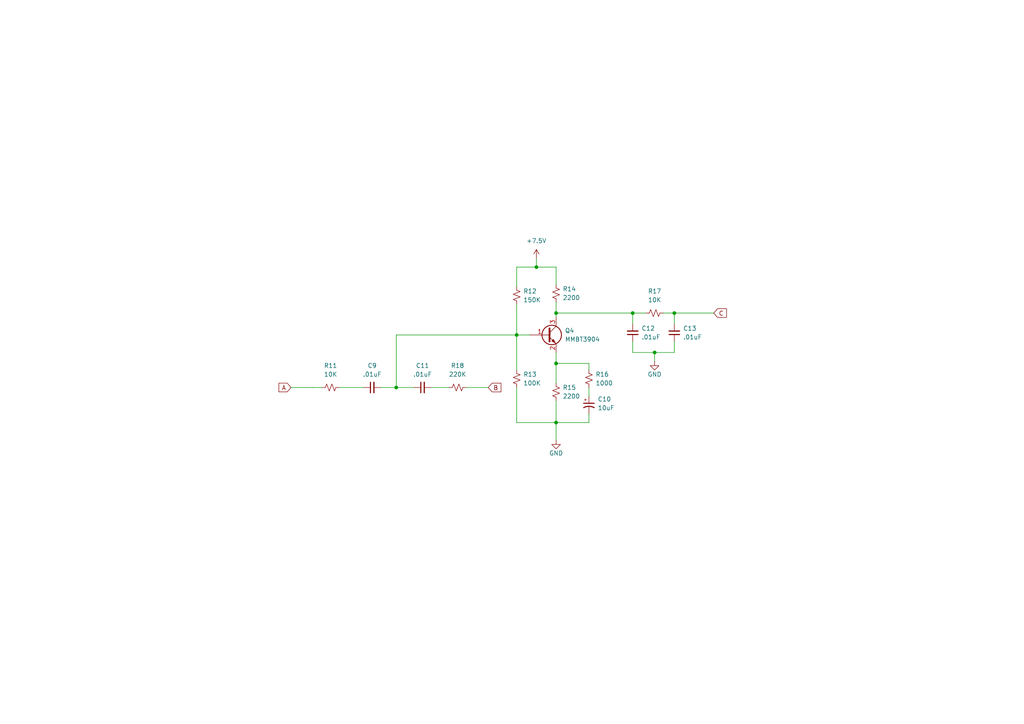
<source format=kicad_sch>
(kicad_sch (version 20211123) (generator eeschema)

  (uuid 8ceb2c64-a3ff-4f0a-bbf6-1c513d79d328)

  (paper "A4")

  (lib_symbols
    (symbol "Device:C_Polarized_Small_US" (pin_numbers hide) (pin_names (offset 0.254) hide) (in_bom yes) (on_board yes)
      (property "Reference" "C" (id 0) (at 0.254 1.778 0)
        (effects (font (size 1.27 1.27)) (justify left))
      )
      (property "Value" "C_Polarized_Small_US" (id 1) (at 0.254 -2.032 0)
        (effects (font (size 1.27 1.27)) (justify left))
      )
      (property "Footprint" "" (id 2) (at 0 0 0)
        (effects (font (size 1.27 1.27)) hide)
      )
      (property "Datasheet" "~" (id 3) (at 0 0 0)
        (effects (font (size 1.27 1.27)) hide)
      )
      (property "ki_keywords" "cap capacitor" (id 4) (at 0 0 0)
        (effects (font (size 1.27 1.27)) hide)
      )
      (property "ki_description" "Polarized capacitor, small US symbol" (id 5) (at 0 0 0)
        (effects (font (size 1.27 1.27)) hide)
      )
      (property "ki_fp_filters" "CP_*" (id 6) (at 0 0 0)
        (effects (font (size 1.27 1.27)) hide)
      )
      (symbol "C_Polarized_Small_US_0_1"
        (polyline
          (pts
            (xy -1.524 0.508)
            (xy 1.524 0.508)
          )
          (stroke (width 0.3048) (type default) (color 0 0 0 0))
          (fill (type none))
        )
        (polyline
          (pts
            (xy -1.27 1.524)
            (xy -0.762 1.524)
          )
          (stroke (width 0) (type default) (color 0 0 0 0))
          (fill (type none))
        )
        (polyline
          (pts
            (xy -1.016 1.27)
            (xy -1.016 1.778)
          )
          (stroke (width 0) (type default) (color 0 0 0 0))
          (fill (type none))
        )
        (arc (start 1.524 -0.762) (mid 0 -0.3734) (end -1.524 -0.762)
          (stroke (width 0.3048) (type default) (color 0 0 0 0))
          (fill (type none))
        )
      )
      (symbol "C_Polarized_Small_US_1_1"
        (pin passive line (at 0 2.54 270) (length 2.032)
          (name "~" (effects (font (size 1.27 1.27))))
          (number "1" (effects (font (size 1.27 1.27))))
        )
        (pin passive line (at 0 -2.54 90) (length 2.032)
          (name "~" (effects (font (size 1.27 1.27))))
          (number "2" (effects (font (size 1.27 1.27))))
        )
      )
    )
    (symbol "Device:C_Small" (pin_numbers hide) (pin_names (offset 0.254) hide) (in_bom yes) (on_board yes)
      (property "Reference" "C" (id 0) (at 0.254 1.778 0)
        (effects (font (size 1.27 1.27)) (justify left))
      )
      (property "Value" "C_Small" (id 1) (at 0.254 -2.032 0)
        (effects (font (size 1.27 1.27)) (justify left))
      )
      (property "Footprint" "" (id 2) (at 0 0 0)
        (effects (font (size 1.27 1.27)) hide)
      )
      (property "Datasheet" "~" (id 3) (at 0 0 0)
        (effects (font (size 1.27 1.27)) hide)
      )
      (property "ki_keywords" "capacitor cap" (id 4) (at 0 0 0)
        (effects (font (size 1.27 1.27)) hide)
      )
      (property "ki_description" "Unpolarized capacitor, small symbol" (id 5) (at 0 0 0)
        (effects (font (size 1.27 1.27)) hide)
      )
      (property "ki_fp_filters" "C_*" (id 6) (at 0 0 0)
        (effects (font (size 1.27 1.27)) hide)
      )
      (symbol "C_Small_0_1"
        (polyline
          (pts
            (xy -1.524 -0.508)
            (xy 1.524 -0.508)
          )
          (stroke (width 0.3302) (type default) (color 0 0 0 0))
          (fill (type none))
        )
        (polyline
          (pts
            (xy -1.524 0.508)
            (xy 1.524 0.508)
          )
          (stroke (width 0.3048) (type default) (color 0 0 0 0))
          (fill (type none))
        )
      )
      (symbol "C_Small_1_1"
        (pin passive line (at 0 2.54 270) (length 2.032)
          (name "~" (effects (font (size 1.27 1.27))))
          (number "1" (effects (font (size 1.27 1.27))))
        )
        (pin passive line (at 0 -2.54 90) (length 2.032)
          (name "~" (effects (font (size 1.27 1.27))))
          (number "2" (effects (font (size 1.27 1.27))))
        )
      )
    )
    (symbol "Device:R_Small_US" (pin_numbers hide) (pin_names (offset 0.254) hide) (in_bom yes) (on_board yes)
      (property "Reference" "R" (id 0) (at 0.762 0.508 0)
        (effects (font (size 1.27 1.27)) (justify left))
      )
      (property "Value" "R_Small_US" (id 1) (at 0.762 -1.016 0)
        (effects (font (size 1.27 1.27)) (justify left))
      )
      (property "Footprint" "" (id 2) (at 0 0 0)
        (effects (font (size 1.27 1.27)) hide)
      )
      (property "Datasheet" "~" (id 3) (at 0 0 0)
        (effects (font (size 1.27 1.27)) hide)
      )
      (property "ki_keywords" "r resistor" (id 4) (at 0 0 0)
        (effects (font (size 1.27 1.27)) hide)
      )
      (property "ki_description" "Resistor, small US symbol" (id 5) (at 0 0 0)
        (effects (font (size 1.27 1.27)) hide)
      )
      (property "ki_fp_filters" "R_*" (id 6) (at 0 0 0)
        (effects (font (size 1.27 1.27)) hide)
      )
      (symbol "R_Small_US_1_1"
        (polyline
          (pts
            (xy 0 0)
            (xy 1.016 -0.381)
            (xy 0 -0.762)
            (xy -1.016 -1.143)
            (xy 0 -1.524)
          )
          (stroke (width 0) (type default) (color 0 0 0 0))
          (fill (type none))
        )
        (polyline
          (pts
            (xy 0 1.524)
            (xy 1.016 1.143)
            (xy 0 0.762)
            (xy -1.016 0.381)
            (xy 0 0)
          )
          (stroke (width 0) (type default) (color 0 0 0 0))
          (fill (type none))
        )
        (pin passive line (at 0 2.54 270) (length 1.016)
          (name "~" (effects (font (size 1.27 1.27))))
          (number "1" (effects (font (size 1.27 1.27))))
        )
        (pin passive line (at 0 -2.54 90) (length 1.016)
          (name "~" (effects (font (size 1.27 1.27))))
          (number "2" (effects (font (size 1.27 1.27))))
        )
      )
    )
    (symbol "Transistor_BJT:MMBT3904" (pin_names (offset 0) hide) (in_bom yes) (on_board yes)
      (property "Reference" "Q" (id 0) (at 5.08 1.905 0)
        (effects (font (size 1.27 1.27)) (justify left))
      )
      (property "Value" "MMBT3904" (id 1) (at 5.08 0 0)
        (effects (font (size 1.27 1.27)) (justify left))
      )
      (property "Footprint" "Package_TO_SOT_SMD:SOT-23" (id 2) (at 5.08 -1.905 0)
        (effects (font (size 1.27 1.27) italic) (justify left) hide)
      )
      (property "Datasheet" "https://www.onsemi.com/pub/Collateral/2N3903-D.PDF" (id 3) (at 0 0 0)
        (effects (font (size 1.27 1.27)) (justify left) hide)
      )
      (property "ki_keywords" "NPN Transistor" (id 4) (at 0 0 0)
        (effects (font (size 1.27 1.27)) hide)
      )
      (property "ki_description" "0.2A Ic, 40V Vce, Small Signal NPN Transistor, SOT-23" (id 5) (at 0 0 0)
        (effects (font (size 1.27 1.27)) hide)
      )
      (property "ki_fp_filters" "SOT?23*" (id 6) (at 0 0 0)
        (effects (font (size 1.27 1.27)) hide)
      )
      (symbol "MMBT3904_0_1"
        (polyline
          (pts
            (xy 0.635 0.635)
            (xy 2.54 2.54)
          )
          (stroke (width 0) (type default) (color 0 0 0 0))
          (fill (type none))
        )
        (polyline
          (pts
            (xy 0.635 -0.635)
            (xy 2.54 -2.54)
            (xy 2.54 -2.54)
          )
          (stroke (width 0) (type default) (color 0 0 0 0))
          (fill (type none))
        )
        (polyline
          (pts
            (xy 0.635 1.905)
            (xy 0.635 -1.905)
            (xy 0.635 -1.905)
          )
          (stroke (width 0.508) (type default) (color 0 0 0 0))
          (fill (type none))
        )
        (polyline
          (pts
            (xy 1.27 -1.778)
            (xy 1.778 -1.27)
            (xy 2.286 -2.286)
            (xy 1.27 -1.778)
            (xy 1.27 -1.778)
          )
          (stroke (width 0) (type default) (color 0 0 0 0))
          (fill (type outline))
        )
        (circle (center 1.27 0) (radius 2.8194)
          (stroke (width 0.254) (type default) (color 0 0 0 0))
          (fill (type none))
        )
      )
      (symbol "MMBT3904_1_1"
        (pin input line (at -5.08 0 0) (length 5.715)
          (name "B" (effects (font (size 1.27 1.27))))
          (number "1" (effects (font (size 1.27 1.27))))
        )
        (pin passive line (at 2.54 -5.08 90) (length 2.54)
          (name "E" (effects (font (size 1.27 1.27))))
          (number "2" (effects (font (size 1.27 1.27))))
        )
        (pin passive line (at 2.54 5.08 270) (length 2.54)
          (name "C" (effects (font (size 1.27 1.27))))
          (number "3" (effects (font (size 1.27 1.27))))
        )
      )
    )
    (symbol "power:+7.5V" (power) (pin_names (offset 0)) (in_bom yes) (on_board yes)
      (property "Reference" "#PWR" (id 0) (at 0 -3.81 0)
        (effects (font (size 1.27 1.27)) hide)
      )
      (property "Value" "+7.5V" (id 1) (at 0 3.556 0)
        (effects (font (size 1.27 1.27)))
      )
      (property "Footprint" "" (id 2) (at 0 0 0)
        (effects (font (size 1.27 1.27)) hide)
      )
      (property "Datasheet" "" (id 3) (at 0 0 0)
        (effects (font (size 1.27 1.27)) hide)
      )
      (property "ki_keywords" "power-flag" (id 4) (at 0 0 0)
        (effects (font (size 1.27 1.27)) hide)
      )
      (property "ki_description" "Power symbol creates a global label with name \"+7.5V\"" (id 5) (at 0 0 0)
        (effects (font (size 1.27 1.27)) hide)
      )
      (symbol "+7.5V_0_1"
        (polyline
          (pts
            (xy -0.762 1.27)
            (xy 0 2.54)
          )
          (stroke (width 0) (type default) (color 0 0 0 0))
          (fill (type none))
        )
        (polyline
          (pts
            (xy 0 0)
            (xy 0 2.54)
          )
          (stroke (width 0) (type default) (color 0 0 0 0))
          (fill (type none))
        )
        (polyline
          (pts
            (xy 0 2.54)
            (xy 0.762 1.27)
          )
          (stroke (width 0) (type default) (color 0 0 0 0))
          (fill (type none))
        )
      )
      (symbol "+7.5V_1_1"
        (pin power_in line (at 0 0 90) (length 0) hide
          (name "+7.5V" (effects (font (size 1.27 1.27))))
          (number "1" (effects (font (size 1.27 1.27))))
        )
      )
    )
    (symbol "power:GND" (power) (pin_names (offset 0)) (in_bom yes) (on_board yes)
      (property "Reference" "#PWR" (id 0) (at 0 -6.35 0)
        (effects (font (size 1.27 1.27)) hide)
      )
      (property "Value" "GND" (id 1) (at 0 -3.81 0)
        (effects (font (size 1.27 1.27)))
      )
      (property "Footprint" "" (id 2) (at 0 0 0)
        (effects (font (size 1.27 1.27)) hide)
      )
      (property "Datasheet" "" (id 3) (at 0 0 0)
        (effects (font (size 1.27 1.27)) hide)
      )
      (property "ki_keywords" "power-flag" (id 4) (at 0 0 0)
        (effects (font (size 1.27 1.27)) hide)
      )
      (property "ki_description" "Power symbol creates a global label with name \"GND\" , ground" (id 5) (at 0 0 0)
        (effects (font (size 1.27 1.27)) hide)
      )
      (symbol "GND_0_1"
        (polyline
          (pts
            (xy 0 0)
            (xy 0 -1.27)
            (xy 1.27 -1.27)
            (xy 0 -2.54)
            (xy -1.27 -1.27)
            (xy 0 -1.27)
          )
          (stroke (width 0) (type default) (color 0 0 0 0))
          (fill (type none))
        )
      )
      (symbol "GND_1_1"
        (pin power_in line (at 0 0 270) (length 0) hide
          (name "GND" (effects (font (size 1.27 1.27))))
          (number "1" (effects (font (size 1.27 1.27))))
        )
      )
    )
  )

  (junction (at 189.865 102.235) (diameter 0) (color 0 0 0 0)
    (uuid 12690c33-2f65-450e-b920-1d474bbf916b)
  )
  (junction (at 155.575 77.47) (diameter 0) (color 0 0 0 0)
    (uuid 1b1ad5f3-2393-4cbe-b0de-1144bc4924cb)
  )
  (junction (at 161.29 122.555) (diameter 0) (color 0 0 0 0)
    (uuid 43c3753b-2bd0-46b5-a291-1fc0aa81c43a)
  )
  (junction (at 114.935 112.395) (diameter 0) (color 0 0 0 0)
    (uuid 4b17140c-220d-4cdc-8bfa-735f0791aa32)
  )
  (junction (at 183.515 90.805) (diameter 0) (color 0 0 0 0)
    (uuid 7261b05c-1ae2-4984-af11-f5b664b8d258)
  )
  (junction (at 161.29 105.41) (diameter 0) (color 0 0 0 0)
    (uuid 9cf88782-f865-4133-ab17-91397b262759)
  )
  (junction (at 161.29 90.805) (diameter 0) (color 0 0 0 0)
    (uuid 9db2f0a9-6894-42c5-b496-3b8809e3698a)
  )
  (junction (at 149.86 97.155) (diameter 0) (color 0 0 0 0)
    (uuid a62c4d0d-7a38-4c2f-b80a-26f99c5b6b84)
  )
  (junction (at 195.58 90.805) (diameter 0) (color 0 0 0 0)
    (uuid cb364769-18bc-4be1-a64c-ba167d7c2f4d)
  )

  (wire (pts (xy 195.58 90.805) (xy 207.01 90.805))
    (stroke (width 0) (type default) (color 0 0 0 0))
    (uuid 03b997c9-58b7-45ae-9695-6e431f976603)
  )
  (wire (pts (xy 125.095 112.395) (xy 130.175 112.395))
    (stroke (width 0) (type default) (color 0 0 0 0))
    (uuid 146801bf-0984-4284-864e-8dd075c86ea8)
  )
  (wire (pts (xy 110.49 112.395) (xy 114.935 112.395))
    (stroke (width 0) (type default) (color 0 0 0 0))
    (uuid 16df952c-57ff-4ffc-8319-12c20c1c2488)
  )
  (wire (pts (xy 170.815 120.015) (xy 170.815 122.555))
    (stroke (width 0) (type default) (color 0 0 0 0))
    (uuid 238f44de-8cf8-43fe-b16c-2cdc14bd19dd)
  )
  (wire (pts (xy 114.935 112.395) (xy 120.015 112.395))
    (stroke (width 0) (type default) (color 0 0 0 0))
    (uuid 268158f9-15a4-46e6-a5c1-5301caffbf30)
  )
  (wire (pts (xy 161.29 105.41) (xy 170.815 105.41))
    (stroke (width 0) (type default) (color 0 0 0 0))
    (uuid 2fecf7ce-991a-43b6-b7f3-60cf54b2928e)
  )
  (wire (pts (xy 192.405 90.805) (xy 195.58 90.805))
    (stroke (width 0) (type default) (color 0 0 0 0))
    (uuid 335d223f-8311-4d4f-949d-b8eb94b17678)
  )
  (wire (pts (xy 161.29 122.555) (xy 161.29 116.205))
    (stroke (width 0) (type default) (color 0 0 0 0))
    (uuid 349d60e0-1542-4a2f-9ced-36d8b24e7118)
  )
  (wire (pts (xy 170.815 112.395) (xy 170.815 114.935))
    (stroke (width 0) (type default) (color 0 0 0 0))
    (uuid 43669a54-2d6e-4288-8b7e-02028455aeda)
  )
  (wire (pts (xy 195.58 90.805) (xy 195.58 93.98))
    (stroke (width 0) (type default) (color 0 0 0 0))
    (uuid 453730fe-2e57-4374-803d-f12d7080f05b)
  )
  (wire (pts (xy 149.86 122.555) (xy 161.29 122.555))
    (stroke (width 0) (type default) (color 0 0 0 0))
    (uuid 45eb53c6-dd62-42c6-86e6-245bc47879aa)
  )
  (wire (pts (xy 183.515 99.06) (xy 183.515 102.235))
    (stroke (width 0) (type default) (color 0 0 0 0))
    (uuid 488252ca-7789-462a-9e8a-0c8448677234)
  )
  (wire (pts (xy 149.86 112.395) (xy 149.86 122.555))
    (stroke (width 0) (type default) (color 0 0 0 0))
    (uuid 4c50c00b-a6c8-4860-9d3c-a6827642dfa4)
  )
  (wire (pts (xy 149.86 107.315) (xy 149.86 97.155))
    (stroke (width 0) (type default) (color 0 0 0 0))
    (uuid 4d5cfb41-3c64-4e51-acf5-2f2b3599988f)
  )
  (wire (pts (xy 170.815 105.41) (xy 170.815 107.315))
    (stroke (width 0) (type default) (color 0 0 0 0))
    (uuid 562ddf50-c774-422b-b324-dc0746a8b4a7)
  )
  (wire (pts (xy 189.865 102.235) (xy 195.58 102.235))
    (stroke (width 0) (type default) (color 0 0 0 0))
    (uuid 56ed7b72-4ad4-4f60-b057-1a946cf0b70f)
  )
  (wire (pts (xy 195.58 102.235) (xy 195.58 99.06))
    (stroke (width 0) (type default) (color 0 0 0 0))
    (uuid 59d2500c-4ee2-4689-b8fc-b2994b090f42)
  )
  (wire (pts (xy 161.29 90.805) (xy 161.29 92.075))
    (stroke (width 0) (type default) (color 0 0 0 0))
    (uuid 5e21bae1-f098-4011-8f3f-6d0622f2f7eb)
  )
  (wire (pts (xy 149.86 97.155) (xy 153.67 97.155))
    (stroke (width 0) (type default) (color 0 0 0 0))
    (uuid 6016a193-ee7f-4c42-9bd4-9e4a415f11b3)
  )
  (wire (pts (xy 161.29 82.55) (xy 161.29 77.47))
    (stroke (width 0) (type default) (color 0 0 0 0))
    (uuid 6276c9c6-0110-4ef0-9e93-021db6e9a3de)
  )
  (wire (pts (xy 161.29 87.63) (xy 161.29 90.805))
    (stroke (width 0) (type default) (color 0 0 0 0))
    (uuid 6b5d641b-cfd6-49de-b7f7-80813a387679)
  )
  (wire (pts (xy 189.865 102.235) (xy 189.865 104.775))
    (stroke (width 0) (type default) (color 0 0 0 0))
    (uuid 6e1b65be-70e4-47bd-bde5-3624c4b1c621)
  )
  (wire (pts (xy 161.29 77.47) (xy 155.575 77.47))
    (stroke (width 0) (type default) (color 0 0 0 0))
    (uuid 6fd72edd-a124-4c58-ab81-9a5e74dec7fd)
  )
  (wire (pts (xy 161.29 90.805) (xy 183.515 90.805))
    (stroke (width 0) (type default) (color 0 0 0 0))
    (uuid 7a6c1e9a-9fcb-4c59-98ef-7c2cf02772ef)
  )
  (wire (pts (xy 183.515 102.235) (xy 189.865 102.235))
    (stroke (width 0) (type default) (color 0 0 0 0))
    (uuid 7a90b670-b520-460f-a1db-888083f852a2)
  )
  (wire (pts (xy 149.86 88.265) (xy 149.86 97.155))
    (stroke (width 0) (type default) (color 0 0 0 0))
    (uuid 83a99db1-6cb5-4107-86ac-452ca90145d6)
  )
  (wire (pts (xy 84.4117 112.3906) (xy 90.7617 112.3906))
    (stroke (width 0) (type default) (color 0 0 0 0))
    (uuid 89c0ceaf-e4c6-44bf-a499-755309b2af7b)
  )
  (wire (pts (xy 141.605 112.395) (xy 135.255 112.395))
    (stroke (width 0) (type default) (color 0 0 0 0))
    (uuid 90f2efd0-6d21-4bdd-ba2f-6ff70080825e)
  )
  (wire (pts (xy 161.29 111.125) (xy 161.29 105.41))
    (stroke (width 0) (type default) (color 0 0 0 0))
    (uuid a79565f8-c9d9-40ba-b92c-283ff80570f7)
  )
  (wire (pts (xy 149.86 77.47) (xy 149.86 83.185))
    (stroke (width 0) (type default) (color 0 0 0 0))
    (uuid addf8fd0-9a6b-4076-970c-959b78e519ac)
  )
  (wire (pts (xy 155.575 77.47) (xy 149.86 77.47))
    (stroke (width 0) (type default) (color 0 0 0 0))
    (uuid ae25850b-6a77-4f49-8692-d6d040048583)
  )
  (wire (pts (xy 155.575 74.93) (xy 155.575 77.47))
    (stroke (width 0) (type default) (color 0 0 0 0))
    (uuid c17f9d88-3f60-4f67-9814-0a5ff6797b76)
  )
  (wire (pts (xy 114.935 97.155) (xy 149.86 97.155))
    (stroke (width 0) (type default) (color 0 0 0 0))
    (uuid c2960350-bf4f-47f8-a192-7e8f451d85f1)
  )
  (wire (pts (xy 161.29 122.555) (xy 170.815 122.555))
    (stroke (width 0) (type default) (color 0 0 0 0))
    (uuid c678208b-be2a-426a-8234-e2e3d6363b07)
  )
  (wire (pts (xy 90.7617 112.3906) (xy 93.345 112.395))
    (stroke (width 0) (type default) (color 0 0 0 0))
    (uuid d124e153-bcf9-4957-935c-321dc98428d9)
  )
  (wire (pts (xy 183.515 90.805) (xy 187.325 90.805))
    (stroke (width 0) (type default) (color 0 0 0 0))
    (uuid d1acea30-e2ca-478d-b4e6-c37eb34442b9)
  )
  (wire (pts (xy 114.935 112.395) (xy 114.935 97.155))
    (stroke (width 0) (type default) (color 0 0 0 0))
    (uuid d2aa154d-09fc-4d97-9146-b8a8be5e434f)
  )
  (wire (pts (xy 183.515 93.98) (xy 183.515 90.805))
    (stroke (width 0) (type default) (color 0 0 0 0))
    (uuid da0aeaf6-d4b1-43c9-b533-d25778354c0d)
  )
  (wire (pts (xy 161.29 102.235) (xy 161.29 105.41))
    (stroke (width 0) (type default) (color 0 0 0 0))
    (uuid e25588de-aeff-4fdc-b6ba-8dcdf1231701)
  )
  (wire (pts (xy 98.425 112.395) (xy 105.41 112.395))
    (stroke (width 0) (type default) (color 0 0 0 0))
    (uuid e40c5db2-4ea7-4cfd-9a1d-b984ed072dcd)
  )
  (wire (pts (xy 161.29 122.555) (xy 161.29 127.635))
    (stroke (width 0) (type default) (color 0 0 0 0))
    (uuid f4b24d16-b97f-4ffc-94ae-551ef02db74b)
  )

  (global_label "A" (shape input) (at 84.4117 112.3906 180) (fields_autoplaced)
    (effects (font (size 1.27 1.27)) (justify right))
    (uuid 52faacbd-5c76-45ef-8bf3-ab2a06b243ad)
    (property "Intersheet References" "${INTERSHEET_REFS}" (id 0) (at 80.91 112.3112 0)
      (effects (font (size 1.27 1.27)) (justify right) hide)
    )
  )
  (global_label "B" (shape input) (at 141.605 112.395 0) (fields_autoplaced)
    (effects (font (size 1.27 1.27)) (justify left))
    (uuid 8558fe5c-9289-4471-976e-a1818228be7c)
    (property "Intersheet References" "${INTERSHEET_REFS}" (id 0) (at 145.2881 112.3156 0)
      (effects (font (size 1.27 1.27)) (justify left) hide)
    )
  )
  (global_label "C" (shape input) (at 207.01 90.805 0) (fields_autoplaced)
    (effects (font (size 1.27 1.27)) (justify left))
    (uuid ff6166bf-32fd-4fca-a63e-df2cfd129606)
    (property "Intersheet References" "${INTERSHEET_REFS}" (id 0) (at 210.6931 90.7256 0)
      (effects (font (size 1.27 1.27)) (justify left) hide)
    )
  )

  (symbol (lib_id "Device:R_Small_US") (at 132.715 112.395 90) (unit 1)
    (in_bom yes) (on_board yes) (fields_autoplaced)
    (uuid 0af1fcbc-da00-457a-813a-6c7140d776c0)
    (property "Reference" "R18" (id 0) (at 132.715 106.045 90))
    (property "Value" "220K" (id 1) (at 132.715 108.585 90))
    (property "Footprint" "Resistor_SMD:R_0603_1608Metric" (id 2) (at 132.715 112.395 0)
      (effects (font (size 1.27 1.27)) hide)
    )
    (property "Datasheet" "~" (id 3) (at 132.715 112.395 0)
      (effects (font (size 1.27 1.27)) hide)
    )
    (pin "1" (uuid 5d1860d5-e7dc-4bed-bf7e-b0930b2c9cfe))
    (pin "2" (uuid a85ba8ae-1d59-4c4c-91e9-650af5b013c8))
  )

  (symbol (lib_id "Device:C_Small") (at 122.555 112.395 90) (unit 1)
    (in_bom yes) (on_board yes) (fields_autoplaced)
    (uuid 157507c8-ab04-486d-8e74-a9bbc0de5f1f)
    (property "Reference" "C11" (id 0) (at 122.5613 106.045 90))
    (property "Value" ".01uF" (id 1) (at 122.5613 108.585 90))
    (property "Footprint" "Capacitor_SMD:C_0603_1608Metric" (id 2) (at 122.555 112.395 0)
      (effects (font (size 1.27 1.27)) hide)
    )
    (property "Datasheet" "~" (id 3) (at 122.555 112.395 0)
      (effects (font (size 1.27 1.27)) hide)
    )
    (pin "1" (uuid 85b61f8d-e86f-4442-8bfc-60fa0b17427d))
    (pin "2" (uuid b7fe61cc-7ab6-4a12-8202-13d4ace48a98))
  )

  (symbol (lib_id "Device:R_Small_US") (at 189.865 90.805 90) (unit 1)
    (in_bom yes) (on_board yes) (fields_autoplaced)
    (uuid 26e10a90-b572-42eb-9077-5366910993f4)
    (property "Reference" "R17" (id 0) (at 189.865 84.455 90))
    (property "Value" "10K" (id 1) (at 189.865 86.995 90))
    (property "Footprint" "Resistor_SMD:R_0603_1608Metric" (id 2) (at 189.865 90.805 0)
      (effects (font (size 1.27 1.27)) hide)
    )
    (property "Datasheet" "~" (id 3) (at 189.865 90.805 0)
      (effects (font (size 1.27 1.27)) hide)
    )
    (pin "1" (uuid 2b892b37-9797-4c64-a4ba-2fc579eb9644))
    (pin "2" (uuid 9c048e0b-77ba-4160-8cfc-b4f6a467bd22))
  )

  (symbol (lib_id "Device:R_Small_US") (at 170.815 109.855 180) (unit 1)
    (in_bom yes) (on_board yes) (fields_autoplaced)
    (uuid 3b26c70e-e57a-4154-a99a-8fc88605548b)
    (property "Reference" "R16" (id 0) (at 172.72 108.5849 0)
      (effects (font (size 1.27 1.27)) (justify right))
    )
    (property "Value" "1000" (id 1) (at 172.72 111.1249 0)
      (effects (font (size 1.27 1.27)) (justify right))
    )
    (property "Footprint" "Resistor_SMD:R_0603_1608Metric" (id 2) (at 170.815 109.855 0)
      (effects (font (size 1.27 1.27)) hide)
    )
    (property "Datasheet" "~" (id 3) (at 170.815 109.855 0)
      (effects (font (size 1.27 1.27)) hide)
    )
    (pin "1" (uuid d39e3e60-5f34-43c6-8eb3-3ae494d11544))
    (pin "2" (uuid c644d481-3e6e-41d3-8c99-6f7edf7acc1a))
  )

  (symbol (lib_id "Device:C_Small") (at 195.58 96.52 180) (unit 1)
    (in_bom yes) (on_board yes)
    (uuid 54a1350d-a3aa-4fde-97a6-663ecdf6317e)
    (property "Reference" "C13" (id 0) (at 198.12 95.25 0)
      (effects (font (size 1.27 1.27)) (justify right))
    )
    (property "Value" ".01uF" (id 1) (at 198.12 97.7835 0)
      (effects (font (size 1.27 1.27)) (justify right))
    )
    (property "Footprint" "Capacitor_SMD:C_0603_1608Metric" (id 2) (at 195.58 96.52 0)
      (effects (font (size 1.27 1.27)) hide)
    )
    (property "Datasheet" "~" (id 3) (at 195.58 96.52 0)
      (effects (font (size 1.27 1.27)) hide)
    )
    (pin "1" (uuid a38b70d2-4b86-4f29-8275-cd5ea25aed88))
    (pin "2" (uuid be8abc60-54ca-4299-b403-42d66ad92a56))
  )

  (symbol (lib_id "Transistor_BJT:MMBT3904") (at 158.75 97.155 0) (unit 1)
    (in_bom yes) (on_board yes) (fields_autoplaced)
    (uuid 75d74b8f-8d7a-45f3-a1c7-459ba5560ac5)
    (property "Reference" "Q4" (id 0) (at 163.83 95.8849 0)
      (effects (font (size 1.27 1.27)) (justify left))
    )
    (property "Value" "MMBT3904" (id 1) (at 163.83 98.4249 0)
      (effects (font (size 1.27 1.27)) (justify left))
    )
    (property "Footprint" "Package_TO_SOT_SMD:SOT-23" (id 2) (at 163.83 99.06 0)
      (effects (font (size 1.27 1.27) italic) (justify left) hide)
    )
    (property "Datasheet" "https://www.onsemi.com/pub/Collateral/2N3903-D.PDF" (id 3) (at 158.75 97.155 0)
      (effects (font (size 1.27 1.27)) (justify left) hide)
    )
    (pin "1" (uuid bb8e74c1-69fe-4078-a9c5-065baa91141d))
    (pin "2" (uuid a6d6cf39-bce9-40ad-a7ad-6c402701fed6))
    (pin "3" (uuid 0383aa65-a58c-4019-aeae-a40af60813f0))
  )

  (symbol (lib_id "Device:R_Small_US") (at 149.86 85.725 180) (unit 1)
    (in_bom yes) (on_board yes) (fields_autoplaced)
    (uuid 7ebd5cd4-c266-44c1-8805-d7d567675f4c)
    (property "Reference" "R12" (id 0) (at 151.765 84.4549 0)
      (effects (font (size 1.27 1.27)) (justify right))
    )
    (property "Value" "150K" (id 1) (at 151.765 86.9949 0)
      (effects (font (size 1.27 1.27)) (justify right))
    )
    (property "Footprint" "Resistor_SMD:R_0603_1608Metric" (id 2) (at 149.86 85.725 0)
      (effects (font (size 1.27 1.27)) hide)
    )
    (property "Datasheet" "~" (id 3) (at 149.86 85.725 0)
      (effects (font (size 1.27 1.27)) hide)
    )
    (pin "1" (uuid 00c4b86d-37c6-4fbf-b216-f9fc83f3b10e))
    (pin "2" (uuid f7742391-5508-483e-b7ac-d26975b33622))
  )

  (symbol (lib_id "Device:R_Small_US") (at 161.29 85.09 180) (unit 1)
    (in_bom yes) (on_board yes) (fields_autoplaced)
    (uuid 9298e2c5-a9fa-48ae-8465-7c73eef5d7bb)
    (property "Reference" "R14" (id 0) (at 163.195 83.8199 0)
      (effects (font (size 1.27 1.27)) (justify right))
    )
    (property "Value" "2200" (id 1) (at 163.195 86.3599 0)
      (effects (font (size 1.27 1.27)) (justify right))
    )
    (property "Footprint" "Resistor_SMD:R_0603_1608Metric" (id 2) (at 161.29 85.09 0)
      (effects (font (size 1.27 1.27)) hide)
    )
    (property "Datasheet" "~" (id 3) (at 161.29 85.09 0)
      (effects (font (size 1.27 1.27)) hide)
    )
    (pin "1" (uuid 3d6586d7-e07f-4ecf-a3d7-41200d079a3d))
    (pin "2" (uuid d7fd8c8d-d38f-43f6-9c49-c6877df4d0cd))
  )

  (symbol (lib_id "power:GND") (at 161.29 127.635 0) (unit 1)
    (in_bom yes) (on_board yes) (fields_autoplaced)
    (uuid a2f014e5-e43c-44f6-86b6-f55504d6c205)
    (property "Reference" "#PWR0108" (id 0) (at 161.29 133.985 0)
      (effects (font (size 1.27 1.27)) hide)
    )
    (property "Value" "GND" (id 1) (at 161.29 131.445 0))
    (property "Footprint" "" (id 2) (at 161.29 127.635 0)
      (effects (font (size 1.27 1.27)) hide)
    )
    (property "Datasheet" "" (id 3) (at 161.29 127.635 0)
      (effects (font (size 1.27 1.27)) hide)
    )
    (pin "1" (uuid e09a4d4b-487c-4f21-b011-fa18a929ebe0))
  )

  (symbol (lib_id "Device:C_Small") (at 107.95 112.395 90) (unit 1)
    (in_bom yes) (on_board yes) (fields_autoplaced)
    (uuid ab074502-034c-4575-83e7-145b95e985de)
    (property "Reference" "C9" (id 0) (at 107.9563 106.045 90))
    (property "Value" ".01uF" (id 1) (at 107.9563 108.585 90))
    (property "Footprint" "Capacitor_SMD:C_0603_1608Metric" (id 2) (at 107.95 112.395 0)
      (effects (font (size 1.27 1.27)) hide)
    )
    (property "Datasheet" "~" (id 3) (at 107.95 112.395 0)
      (effects (font (size 1.27 1.27)) hide)
    )
    (pin "1" (uuid a9be5247-2348-47f0-b548-3fc54f4176b4))
    (pin "2" (uuid 74c402b8-953e-4841-b086-9ff1e46d7d68))
  )

  (symbol (lib_id "power:GND") (at 189.865 104.775 0) (unit 1)
    (in_bom yes) (on_board yes) (fields_autoplaced)
    (uuid ac5206c4-a77c-4f08-8eac-394764804aff)
    (property "Reference" "#PWR0109" (id 0) (at 189.865 111.125 0)
      (effects (font (size 1.27 1.27)) hide)
    )
    (property "Value" "GND" (id 1) (at 189.865 108.585 0))
    (property "Footprint" "" (id 2) (at 189.865 104.775 0)
      (effects (font (size 1.27 1.27)) hide)
    )
    (property "Datasheet" "" (id 3) (at 189.865 104.775 0)
      (effects (font (size 1.27 1.27)) hide)
    )
    (pin "1" (uuid 0e050e9e-8101-4f4b-aedc-422680b7b6aa))
  )

  (symbol (lib_id "Device:R_Small_US") (at 95.885 112.395 90) (unit 1)
    (in_bom yes) (on_board yes) (fields_autoplaced)
    (uuid bf2680c3-dc21-4aba-b560-c690c5ee8f65)
    (property "Reference" "R11" (id 0) (at 95.885 106.045 90))
    (property "Value" "10K" (id 1) (at 95.885 108.585 90))
    (property "Footprint" "Resistor_SMD:R_0603_1608Metric" (id 2) (at 95.885 112.395 0)
      (effects (font (size 1.27 1.27)) hide)
    )
    (property "Datasheet" "~" (id 3) (at 95.885 112.395 0)
      (effects (font (size 1.27 1.27)) hide)
    )
    (pin "1" (uuid f2f35941-b5e8-47ba-8b6f-28e8eb375069))
    (pin "2" (uuid fc389e28-a8c3-4917-8cb5-e5ff6c2c1f3d))
  )

  (symbol (lib_id "power:+7.5V") (at 155.575 74.93 0) (unit 1)
    (in_bom yes) (on_board yes) (fields_autoplaced)
    (uuid d3e38844-24c6-4593-b981-399f5cb5aedd)
    (property "Reference" "#PWR0107" (id 0) (at 155.575 78.74 0)
      (effects (font (size 1.27 1.27)) hide)
    )
    (property "Value" "+7.5V" (id 1) (at 155.575 69.85 0))
    (property "Footprint" "" (id 2) (at 155.575 74.93 0)
      (effects (font (size 1.27 1.27)) hide)
    )
    (property "Datasheet" "" (id 3) (at 155.575 74.93 0)
      (effects (font (size 1.27 1.27)) hide)
    )
    (pin "1" (uuid 50e6bd86-6d17-44b8-8be0-ad411aa5c073))
  )

  (symbol (lib_id "Device:R_Small_US") (at 161.29 113.665 180) (unit 1)
    (in_bom yes) (on_board yes) (fields_autoplaced)
    (uuid d9f8fb15-8a8b-49e8-ba00-86135f54e579)
    (property "Reference" "R15" (id 0) (at 163.195 112.3949 0)
      (effects (font (size 1.27 1.27)) (justify right))
    )
    (property "Value" "2200" (id 1) (at 163.195 114.9349 0)
      (effects (font (size 1.27 1.27)) (justify right))
    )
    (property "Footprint" "Resistor_SMD:R_0603_1608Metric" (id 2) (at 161.29 113.665 0)
      (effects (font (size 1.27 1.27)) hide)
    )
    (property "Datasheet" "~" (id 3) (at 161.29 113.665 0)
      (effects (font (size 1.27 1.27)) hide)
    )
    (pin "1" (uuid 1540ac9e-a88c-4e2e-b9e2-821f39a88e5a))
    (pin "2" (uuid 5a8af7a2-70a7-411a-8e41-fc3abf58696c))
  )

  (symbol (lib_id "Device:C_Polarized_Small_US") (at 170.815 117.475 0) (unit 1)
    (in_bom yes) (on_board yes) (fields_autoplaced)
    (uuid da164bfb-e4f7-4fc2-a8e5-8baac0c90a7e)
    (property "Reference" "C10" (id 0) (at 173.355 115.7731 0)
      (effects (font (size 1.27 1.27)) (justify left))
    )
    (property "Value" "10uF" (id 1) (at 173.355 118.3131 0)
      (effects (font (size 1.27 1.27)) (justify left))
    )
    (property "Footprint" "Capacitor_Tantalum_SMD:CP_EIA-3216-18_Kemet-A" (id 2) (at 170.815 117.475 0)
      (effects (font (size 1.27 1.27)) hide)
    )
    (property "Datasheet" "~" (id 3) (at 170.815 117.475 0)
      (effects (font (size 1.27 1.27)) hide)
    )
    (pin "1" (uuid 26eceb2b-3c5c-4e61-9a17-b8339d53c6e0))
    (pin "2" (uuid 42a75bad-8642-4b7a-af69-02be5da76ceb))
  )

  (symbol (lib_id "Device:R_Small_US") (at 149.86 109.855 180) (unit 1)
    (in_bom yes) (on_board yes) (fields_autoplaced)
    (uuid f161a662-2bc3-403d-8a22-46a5079a5855)
    (property "Reference" "R13" (id 0) (at 151.765 108.5849 0)
      (effects (font (size 1.27 1.27)) (justify right))
    )
    (property "Value" "100K" (id 1) (at 151.765 111.1249 0)
      (effects (font (size 1.27 1.27)) (justify right))
    )
    (property "Footprint" "Resistor_SMD:R_0603_1608Metric" (id 2) (at 149.86 109.855 0)
      (effects (font (size 1.27 1.27)) hide)
    )
    (property "Datasheet" "~" (id 3) (at 149.86 109.855 0)
      (effects (font (size 1.27 1.27)) hide)
    )
    (pin "1" (uuid 2bce4dd1-d420-4bf8-86e4-43111a543f95))
    (pin "2" (uuid 525a1b7a-8523-4fe4-8bb4-78a1a483110f))
  )

  (symbol (lib_id "Device:C_Small") (at 183.515 96.52 180) (unit 1)
    (in_bom yes) (on_board yes) (fields_autoplaced)
    (uuid fc5d1762-55aa-4227-b29f-321be21d28a9)
    (property "Reference" "C12" (id 0) (at 186.055 95.2435 0)
      (effects (font (size 1.27 1.27)) (justify right))
    )
    (property "Value" ".01uF" (id 1) (at 186.055 97.7835 0)
      (effects (font (size 1.27 1.27)) (justify right))
    )
    (property "Footprint" "Capacitor_SMD:C_0603_1608Metric" (id 2) (at 183.515 96.52 0)
      (effects (font (size 1.27 1.27)) hide)
    )
    (property "Datasheet" "~" (id 3) (at 183.515 96.52 0)
      (effects (font (size 1.27 1.27)) hide)
    )
    (pin "1" (uuid 1c7002d0-d19b-4f19-903f-b84a238d3b71))
    (pin "2" (uuid 1038bd03-3197-4881-a47d-6ae6a5104c40))
  )
)

</source>
